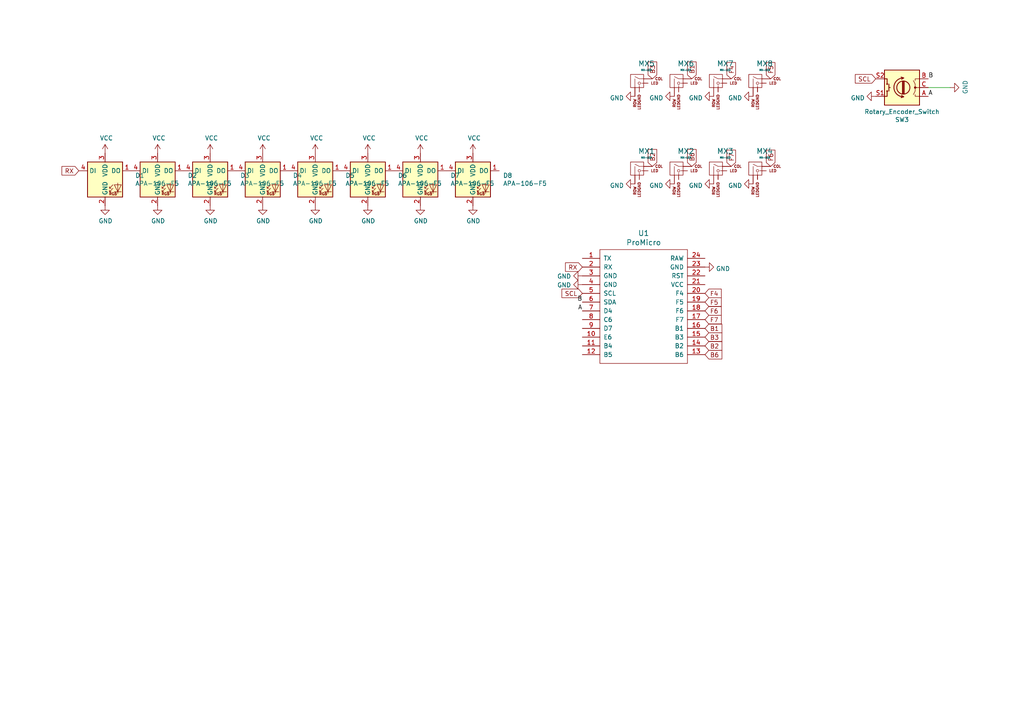
<source format=kicad_sch>
(kicad_sch (version 20211123) (generator eeschema)
  (paper "A4")
  (lib_symbols
    (symbol "Device:Rotary_Encoder_Switch" (pin_names (offset 0.254) hide)
      (property "Reference" "SW" (at 0 6.604 0))
      (property "Value" "Device_Rotary_Encoder_Switch" (at 0 -6.604 0))
      (symbol "Rotary_Encoder_Switch_0_1"
        (rectangle (start -5.08 5.08) (end 5.08 -5.08) (stroke (width 0.254)) (fill (type background)))
        (circle (center -3.81 0) (radius 0.254) (fill (type outline)))
        (arc (start -0.381 -2.794) (mid 2.3622 -0.0508) (end -0.381 2.667) (stroke (width 0.254)))
        (circle (center -0.381 0) (radius 1.905) (stroke (width 0.254)))
        (polyline (pts (xy -0.635 -1.778) (xy -0.635 1.778)) (stroke (width 0.254)))
        (polyline (pts (xy -0.381 -1.778) (xy -0.381 1.778)) (stroke (width 0.254)))
        (polyline (pts (xy -0.127 1.778) (xy -0.127 -1.778)) (stroke (width 0.254)))
        (polyline (pts (xy 3.81 0) (xy 3.429 0)) (stroke (width 0.254)))
        (polyline (pts (xy 3.81 1.016) (xy 3.81 -1.016)) (stroke (width 0.254)))
        (polyline (pts (xy -5.08 -2.54) (xy -3.81 -2.54) (xy -3.81 -2.032)))
        (polyline (pts (xy -5.08 2.54) (xy -3.81 2.54) (xy -3.81 2.032)))
        (polyline (pts (xy 0.254 -3.048) (xy -0.508 -2.794) (xy 0.127 -2.413)) (stroke (width 0.254)))
        (polyline (pts (xy 0.254 2.921) (xy -0.508 2.667) (xy 0.127 2.286)) (stroke (width 0.254)))
        (polyline (pts (xy 5.08 -2.54) (xy 4.318 -2.54) (xy 4.318 -1.016)) (stroke (width 0.254)))
        (polyline (pts (xy 5.08 2.54) (xy 4.318 2.54) (xy 4.318 1.016)) (stroke (width 0.254)))
        (polyline (pts (xy -5.08 0) (xy -3.81 0) (xy -3.81 -1.016) (xy -3.302 -2.032)))
        (polyline (pts (xy -4.318 0) (xy -3.81 0) (xy -3.81 1.016) (xy -3.302 2.032)))
        (circle (center 4.318 -1.016) (radius 0.127) (stroke (width 0.254)))
        (circle (center 4.318 1.016) (radius 0.127) (stroke (width 0.254)))
      )
      (symbol "Rotary_Encoder_Switch_1_1"
        (pin passive line (at -7.62 2.54 0) (length 2.54) (name "A") (number "A"))
        (pin passive line (at -7.62 -2.54 0) (length 2.54) (name "B") (number "B"))
        (pin passive line (at -7.62 0 0) (length 2.54) (name "C") (number "C"))
        (pin passive line (at 7.62 2.54 180) (length 2.54) (name "S1") (number "S1"))
        (pin passive line (at 7.62 -2.54 180) (length 2.54) (name "S2") (number "S2"))
      )
    )
    (symbol "LED:APA-106-F5"
      (property "Reference" "D" (at 5.08 5.715 0))
      (property "Value" "APA-106-F5" (at 1.27 -5.715 0))
      (symbol "APA-106-F5_0_0"
        (text "RGB" (at 2.286 -4.191 0) (effects (font (size 0.762 0.762))))
      )
      (symbol "APA-106-F5_0_1"
        (polyline (pts (xy 1.27 -3.556) (xy 1.778 -3.556)))
        (polyline (pts (xy 1.27 -2.54) (xy 1.778 -2.54)))
        (polyline (pts (xy 4.699 -3.556) (xy 2.667 -3.556)))
        (polyline (pts (xy 2.286 -2.54) (xy 1.27 -3.556) (xy 1.27 -3.048)))
        (polyline (pts (xy 2.286 -1.524) (xy 1.27 -2.54) (xy 1.27 -2.032)))
        (polyline (pts (xy 3.683 -1.016) (xy 3.683 -3.556) (xy 3.683 -4.064)))
        (polyline (pts (xy 4.699 -1.524) (xy 2.667 -1.524) (xy 3.683 -3.556) (xy 4.699 -1.524)))
        (rectangle (start 5.08 5.08) (end -5.08 -5.08) (stroke (width 0.254)) (fill (type background)))
      )
      (symbol "APA-106-F5_1_1"
        (pin output line (at 7.62 2.54 180) (length 2.54) (name "DO") (number "1"))
        (pin power_in line (at 0 -7.62 90) (length 2.54) (name "GND") (number "2"))
        (pin power_in line (at 0 7.62 270) (length 2.54) (name "VDD") (number "3"))
        (pin input line (at -7.62 2.54 0) (length 2.54) (name "DI") (number "4"))
      )
    )
    (symbol "MX_Alps_Hybrid:MX-LED" (pin_names (offset 1.016))
      (property "Reference" "MX" (at -0.635 3.81 0))
      (property "Value" "MX-LED" (at -0.635 1.27 0))
      (symbol "MX-LED_0_0"
        (rectangle (start -2.54 2.54) (end 1.27 -1.27))
        (polyline (pts (xy -1.27 -1.27) (xy -1.27 1.27)) (stroke (width 0.127)))
        (polyline (pts (xy 0 -1.27) (xy 0 -0.635)) (stroke (width 0.127)))
        (polyline (pts (xy 1.27 0) (xy 0.635 0)) (stroke (width 0.127)))
        (polyline (pts (xy 1.27 1.27) (xy 0 1.27) (xy -1.27 1.905)) (stroke (width 0.127)))
        (circle (center 0 0) (radius 0.3556) (stroke (width 0.127)))
        (text "COL" (at 5.715 1.27 0) (effects (font (size 0.762 0.762))))
        (text "LED" (at 4.445 0 0) (effects (font (size 0.762 0.762))))
        (text "ROW" (at -1.27 -4.445 900) (effects (font (size 0.762 0.762)) (justify right)))
      )
      (symbol "MX-LED_1_0"
        (text "LEDGND" (at 0 -3.175 900) (effects (font (size 0.762 0.762)) (justify right)))
      )
      (symbol "MX-LED_1_1"
        (pin passive line (at 3.81 1.27 180) (length 2.54) (name "COL") (number "1"))
        (pin passive line (at -1.27 -3.81 90) (length 2.54) (name "ROW") (number "2"))
        (pin input line (at 2.54 0 180) (length 1.27) (name "LED") (number "3"))
        (pin passive line (at 0 -2.54 90) (length 1.27) (name "LEDGND") (number "4"))
      )
    )
    (symbol "power:GND" (power) (pin_names (offset 0))
      (property "Value" "GND" (at 0 -3.81 0))
      (symbol "GND_0_1"
        (polyline (pts (xy 0 0) (xy 0 -1.27) (xy 1.27 -1.27) (xy 0 -2.54) (xy -1.27 -1.27) (xy 0 -1.27)))
      )
      (symbol "GND_1_1"
        (pin power_in line (at 0 0 270) (length 0) hide (name "GND") (number "1"))
      )
    )
    (symbol "power:VCC" (power) (pin_names (offset 0))
      (property "Value" "VCC" (at 0 3.81 0))
      (symbol "VCC_0_1"
        (polyline (pts (xy -0.762 1.27) (xy 0 2.54)))
        (polyline (pts (xy 0 0) (xy 0 2.54)))
        (polyline (pts (xy 0 2.54) (xy 0.762 1.27)))
      )
      (symbol "VCC_1_1"
        (pin power_in line (at 0 0 90) (length 0) hide (name "VCC") (number "1"))
      )
    )
    (symbol "promicro:ProMicro" (pin_names (offset 1.016))
      (property "Reference" "U" (at 0 24.13 0))
      (property "Value" "ProMicro" (at 0 -13.97 0))
      (symbol "ProMicro_0_1"
        (rectangle (start -12.7 21.59) (end 12.7 -11.43))
      )
      (symbol "ProMicro_1_1"
        (pin bidirectional line (at -17.78 19.05 0) (length 5.08) (name "TX") (number "1"))
        (pin bidirectional line (at -17.78 -3.81 0) (length 5.08) (name "E6") (number "10"))
        (pin bidirectional line (at -17.78 -6.35 0) (length 5.08) (name "B4") (number "11"))
        (pin bidirectional line (at -17.78 -8.89 0) (length 5.08) (name "B5") (number "12"))
        (pin bidirectional line (at 17.78 -8.89 180) (length 5.08) (name "B6") (number "13"))
        (pin bidirectional line (at 17.78 -6.35 180) (length 5.08) (name "B2") (number "14"))
        (pin bidirectional line (at 17.78 -3.81 180) (length 5.08) (name "B3") (number "15"))
        (pin bidirectional line (at 17.78 -1.27 180) (length 5.08) (name "B1") (number "16"))
        (pin bidirectional line (at 17.78 1.27 180) (length 5.08) (name "F7") (number "17"))
        (pin bidirectional line (at 17.78 3.81 180) (length 5.08) (name "F6") (number "18"))
        (pin bidirectional line (at 17.78 6.35 180) (length 5.08) (name "F5") (number "19"))
        (pin bidirectional line (at -17.78 16.51 0) (length 5.08) (name "RX") (number "2"))
        (pin bidirectional line (at 17.78 8.89 180) (length 5.08) (name "F4") (number "20"))
        (pin power_in line (at 17.78 11.43 180) (length 5.08) (name "VCC") (number "21"))
        (pin input line (at 17.78 13.97 180) (length 5.08) (name "RST") (number "22"))
        (pin power_in line (at 17.78 16.51 180) (length 5.08) (name "GND") (number "23"))
        (pin power_out line (at 17.78 19.05 180) (length 5.08) (name "RAW") (number "24"))
        (pin power_in line (at -17.78 13.97 0) (length 5.08) (name "GND") (number "3"))
        (pin power_in line (at -17.78 11.43 0) (length 5.08) (name "GND") (number "4"))
        (pin bidirectional line (at -17.78 8.89 0) (length 5.08) (name "SCL") (number "5"))
        (pin bidirectional line (at -17.78 6.35 0) (length 5.08) (name "SDA") (number "6"))
        (pin bidirectional line (at -17.78 3.81 0) (length 5.08) (name "D4") (number "7"))
        (pin bidirectional line (at -17.78 1.27 0) (length 5.08) (name "C6") (number "8"))
        (pin bidirectional line (at -17.78 -1.27 0) (length 5.08) (name "D7") (number "9"))
      )
    )
  )
  (wire (pts (xy 269.24 25.4) (xy 275.59 25.4)))
  (label "B" (at 168.91 87.63 180))
  (label "B" (at 269.24 22.86 0))
  (label "A" (at 269.24 27.94 0))
  (label "A" (at 168.91 90.17 180))
  (global_label "F6" (shape input) (at 204.47 90.17 0) (property "Intersheet References" "${INTERSHEET_REFS}" (effects hide)))
  (global_label "SCL" (shape input) (at 168.91 85.09 180) (property "Intersheet References" "${INTERSHEET_REFS}" (effects hide)))
  (global_label "B6" (shape input) (at 204.47 102.87 0) (property "Intersheet References" "${INTERSHEET_REFS}" (effects hide)))
  (global_label "F4" (shape input) (at 204.47 85.09 0) (property "Intersheet References" "${INTERSHEET_REFS}" (effects hide)))
  (global_label "B1" (shape input) (at 200.66 22.86 90) (property "Intersheet References" "${INTERSHEET_REFS}" (effects hide)))
  (global_label "F4" (shape input) (at 212.09 22.86 90) (property "Intersheet References" "${INTERSHEET_REFS}" (effects hide)))
  (global_label "B3" (shape input) (at 204.47 97.79 0) (property "Intersheet References" "${INTERSHEET_REFS}" (effects hide)))
  (global_label "F5" (shape input) (at 204.47 87.63 0) (property "Intersheet References" "${INTERSHEET_REFS}" (effects hide)))
  (global_label "F6" (shape input) (at 223.52 48.26 90) (property "Intersheet References" "${INTERSHEET_REFS}" (effects hide)))
  (global_label "F7" (shape input) (at 212.09 48.26 90) (property "Intersheet References" "${INTERSHEET_REFS}" (effects hide)))
  (global_label "B1" (shape input) (at 204.47 95.25 0) (property "Intersheet References" "${INTERSHEET_REFS}" (effects hide)))
  (global_label "F7" (shape input) (at 204.47 92.71 0) (property "Intersheet References" "${INTERSHEET_REFS}" (effects hide)))
  (global_label "F5" (shape input) (at 223.52 22.86 90) (property "Intersheet References" "${INTERSHEET_REFS}" (effects hide)))
  (global_label "B2" (shape input) (at 189.23 48.26 90) (property "Intersheet References" "${INTERSHEET_REFS}" (effects hide)))
  (global_label "B2" (shape input) (at 204.47 100.33 0) (property "Intersheet References" "${INTERSHEET_REFS}" (effects hide)))
  (global_label "B3" (shape input) (at 189.23 22.86 90) (property "Intersheet References" "${INTERSHEET_REFS}" (effects hide)))
  (global_label "RX" (shape input) (at 22.86 49.53 180) (property "Intersheet References" "${INTERSHEET_REFS}" (effects hide)))
  (global_label "RX" (shape input) (at 168.91 77.47 180) (property "Intersheet References" "${INTERSHEET_REFS}" (effects hide)))
  (global_label "SCL" (shape input) (at 254 22.86 180) (property "Intersheet References" "${INTERSHEET_REFS}" (effects hide)))
  (global_label "B6" (shape input) (at 200.66 48.26 90) (property "Intersheet References" "${INTERSHEET_REFS}" (effects hide)))
  (symbol (lib_id "MX_Alps_Hybrid:MX-LED") (at 185.42 49.53 0) (unit 1)
    (property "Reference" "MX1" (at 187.5028 43.8404 0) (effects (font (size 1.524 1.524))))
    (property "Value" "MX-LED" (at 187.5028 45.72 0) (effects (font (size 0.508 0.508))))
    (property "Footprint" "MX_Only:MXOnly-1U-NoLED" (effects hide))
  )
  (symbol (lib_id "MX_Alps_Hybrid:MX-LED") (at 196.85 49.53 0) (unit 1)
    (property "Reference" "MX2" (at 198.9328 43.8404 0) (effects (font (size 1.524 1.524))))
    (property "Value" "MX-LED" (at 198.9328 45.72 0) (effects (font (size 0.508 0.508))))
    (property "Footprint" "MX_Only:MXOnly-1U-NoLED" (effects hide))
  )
  (symbol (lib_id "MX_Alps_Hybrid:MX-LED") (at 208.28 49.53 0) (unit 1)
    (property "Reference" "MX3" (at 210.3628 43.8404 0) (effects (font (size 1.524 1.524))))
    (property "Value" "MX-LED" (at 210.3628 45.72 0) (effects (font (size 0.508 0.508))))
    (property "Footprint" "MX_Only:MXOnly-1U-NoLED" (effects hide))
  )
  (symbol (lib_id "MX_Alps_Hybrid:MX-LED") (at 219.71 49.53 0) (unit 1)
    (property "Reference" "MX4" (at 221.7928 43.8404 0) (effects (font (size 1.524 1.524))))
    (property "Value" "MX-LED" (at 221.7928 45.72 0) (effects (font (size 0.508 0.508))))
    (property "Footprint" "MX_Only:MXOnly-1U-NoLED" (effects hide))
  )
  (symbol (lib_id "MX_Alps_Hybrid:MX-LED") (at 185.42 24.13 0) (unit 1)
    (property "Reference" "MX5" (at 187.5028 18.4404 0) (effects (font (size 1.524 1.524))))
    (property "Value" "MX-LED" (at 187.5028 20.32 0) (effects (font (size 0.508 0.508))))
    (property "Footprint" "MX_Only:MXOnly-1U-NoLED" (effects hide))
  )
  (symbol (lib_id "MX_Alps_Hybrid:MX-LED") (at 196.85 24.13 0) (unit 1)
    (property "Reference" "MX6" (at 198.9328 18.4404 0) (effects (font (size 1.524 1.524))))
    (property "Value" "MX-LED" (at 198.9328 20.32 0) (effects (font (size 0.508 0.508))))
    (property "Footprint" "MX_Only:MXOnly-1U-NoLED" (effects hide))
  )
  (symbol (lib_id "MX_Alps_Hybrid:MX-LED") (at 208.28 24.13 0) (unit 1)
    (property "Reference" "MX7" (at 210.3628 18.4404 0) (effects (font (size 1.524 1.524))))
    (property "Value" "MX-LED" (at 210.3628 20.32 0) (effects (font (size 0.508 0.508))))
    (property "Footprint" "MX_Only:MXOnly-1U-NoLED" (effects hide))
  )
  (symbol (lib_id "MX_Alps_Hybrid:MX-LED") (at 219.71 24.13 0) (unit 1)
    (property "Reference" "MX8" (at 221.7928 18.4404 0) (effects (font (size 1.524 1.524))))
    (property "Value" "MX-LED" (at 221.7928 20.32 0) (effects (font (size 0.508 0.508))))
    (property "Footprint" "MX_Only:MXOnly-1U-NoLED" (effects hide))
  )
  (symbol (lib_id "Device:Rotary_Encoder_Switch") (at 261.62 25.4 180) (unit 1)
    (property "Reference" "SW3" (at 261.62 34.7218 0))
    (property "Value" "Rotary_Encoder_Switch" (at 261.62 32.4104 0))
    (property "Footprint" "Pikatea Macropad Encoder Side Mount:Encoder-BI_EN11_HSM0E" (effects hide))
  )
  (symbol (lib_id "power:GND") (at 275.59 25.4 90) (unit 1)
    (property "Reference" "#PWR0101" (effects hide))
    (property "Value" "GND" (at 279.9842 25.273 0))
  )
  (symbol (lib_id "promicro:ProMicro") (at 186.69 93.98 0) (unit 1)
    (property "Reference" "U1" (at 186.69 67.6402 0) (effects (font (size 1.524 1.524))))
    (property "Value" "ProMicro" (at 186.69 70.3326 0) (effects (font (size 1.524 1.524))))
    (property "Footprint" "promicro:ProMicro" (effects hide))
  )
  (symbol (lib_id "power:GND") (at 168.91 82.55 270) (unit 1)
    (property "Reference" "#PWR0102" (effects hide))
    (property "Value" "GND" (at 165.6588 82.677 90) (effects (justify right)))
  )
  (symbol (lib_id "power:GND") (at 168.91 80.01 270) (unit 1)
    (property "Reference" "#PWR0103" (effects hide))
    (property "Value" "GND" (at 165.6588 80.137 90) (effects (justify right)))
  )
  (symbol (lib_id "LED:APA-106-F5") (at 106.68 52.07 0) (unit 1)
    (property "Reference" "D6" (at 115.4176 50.9016 0) (effects (justify left)))
    (property "Value" "APA-106-F5" (at 115.4176 53.213 0) (effects (justify left)))
    (property "Footprint" "Pikatea:TONYU-DY-S352818-RGBC" (effects hide))
    (property "Datasheet" "https://cdn.sparkfun.com/datasheets/Components/LED/COM-12877.pdf" (effects hide))
  )
  (symbol (lib_id "power:VCC") (at 137.16 44.45 0) (unit 1)
    (property "Reference" "#PWR0121" (effects hide))
    (property "Value" "VCC" (at 137.541 40.0558 0))
  )
  (symbol (lib_id "power:VCC") (at 45.72 44.45 0) (unit 1)
    (property "Reference" "#PWR0116" (effects hide))
    (property "Value" "VCC" (at 46.101 40.0558 0))
  )
  (symbol (lib_id "LED:APA-106-F5") (at 137.16 52.07 0) (unit 1)
    (property "Reference" "D8" (at 145.8976 50.9016 0) (effects (justify left)))
    (property "Value" "APA-106-F5" (at 145.8976 53.213 0) (effects (justify left)))
    (property "Footprint" "Pikatea:TONYU-DY-S352818-RGBC" (effects hide))
    (property "Datasheet" "https://cdn.sparkfun.com/datasheets/Components/LED/COM-12877.pdf" (effects hide))
  )
  (symbol (lib_id "power:VCC") (at 30.48 44.45 0) (unit 1)
    (property "Reference" "#PWR0114" (effects hide))
    (property "Value" "VCC" (at 30.861 40.0558 0))
  )
  (symbol (lib_id "power:GND") (at 254 27.94 270) (unit 1)
    (property "Reference" "#PWR0106" (effects hide))
    (property "Value" "GND" (at 250.8251 28.419 90) (effects (justify right)))
  )
  (symbol (lib_id "LED:APA-106-F5") (at 91.44 52.07 0) (unit 1)
    (property "Reference" "D5" (at 100.1776 50.9016 0) (effects (justify left)))
    (property "Value" "APA-106-F5" (at 100.1776 53.213 0) (effects (justify left)))
    (property "Footprint" "Pikatea:TONYU-DY-S352818-RGBC" (effects hide))
    (property "Datasheet" "https://cdn.sparkfun.com/datasheets/Components/LED/COM-12877.pdf" (effects hide))
  )
  (symbol (lib_id "power:GND") (at 30.48 59.69 0) (unit 1)
    (property "Reference" "#PWR0115" (effects hide))
    (property "Value" "GND" (at 30.607 64.0842 0))
  )
  (symbol (lib_id "power:GND") (at 106.68 59.69 0) (unit 1)
    (property "Reference" "#PWR0125" (effects hide))
    (property "Value" "GND" (at 106.807 64.0842 0))
  )
  (symbol (lib_id "power:GND") (at 121.92 59.69 0) (unit 1)
    (property "Reference" "#PWR0120" (effects hide))
    (property "Value" "GND" (at 122.047 64.0842 0))
  )
  (symbol (lib_id "power:VCC") (at 106.68 44.45 0) (unit 1)
    (property "Reference" "#PWR0123" (effects hide))
    (property "Value" "VCC" (at 107.061 40.0558 0))
  )
  (symbol (lib_id "LED:APA-106-F5") (at 76.2 52.07 0) (unit 1)
    (property "Reference" "D4" (at 84.9376 50.9016 0) (effects (justify left)))
    (property "Value" "APA-106-F5" (at 84.9376 53.213 0) (effects (justify left)))
    (property "Footprint" "Pikatea:TONYU-DY-S352818-RGBC" (effects hide))
    (property "Datasheet" "https://cdn.sparkfun.com/datasheets/Components/LED/COM-12877.pdf" (effects hide))
  )
  (symbol (lib_id "power:GND") (at 137.16 59.69 0) (unit 1)
    (property "Reference" "#PWR0122" (effects hide))
    (property "Value" "GND" (at 137.287 64.0842 0))
  )
  (symbol (lib_id "power:GND") (at 184.15 27.94 270) (unit 1)
    (property "Reference" "#PWR0110" (effects hide))
    (property "Value" "GND" (at 180.9751 28.419 90) (effects (justify right)))
  )
  (symbol (lib_id "power:GND") (at 45.72 59.69 0) (unit 1)
    (property "Reference" "#PWR0127" (effects hide))
    (property "Value" "GND" (at 45.847 64.0842 0))
  )
  (symbol (lib_id "power:GND") (at 76.2 59.69 0) (unit 1)
    (property "Reference" "#PWR0124" (effects hide))
    (property "Value" "GND" (at 76.327 64.0842 0))
  )
  (symbol (lib_id "power:VCC") (at 91.44 44.45 0) (unit 1)
    (property "Reference" "#PWR0117" (effects hide))
    (property "Value" "VCC" (at 91.821 40.0558 0))
  )
  (symbol (lib_id "power:GND") (at 195.58 53.34 270) (unit 1)
    (property "Reference" "#PWR0112" (effects hide))
    (property "Value" "GND" (at 192.4051 53.819 90) (effects (justify right)))
  )
  (symbol (lib_id "power:VCC") (at 121.92 44.45 0) (unit 1)
    (property "Reference" "#PWR0119" (effects hide))
    (property "Value" "VCC" (at 122.301 40.0558 0))
  )
  (symbol (lib_id "power:GND") (at 218.44 27.94 270) (unit 1)
    (property "Reference" "#PWR0104" (effects hide))
    (property "Value" "GND" (at 215.2651 28.419 90) (effects (justify right)))
  )
  (symbol (lib_id "LED:APA-106-F5") (at 45.72 52.07 0) (unit 1)
    (property "Reference" "D2" (at 54.4576 50.9016 0) (effects (justify left)))
    (property "Value" "APA-106-F5" (at 54.4576 53.213 0) (effects (justify left)))
    (property "Footprint" "Pikatea:TONYU-DY-S352818-RGBC" (effects hide))
    (property "Datasheet" "https://cdn.sparkfun.com/datasheets/Components/LED/COM-12877.pdf" (effects hide))
  )
  (symbol (lib_id "power:GND") (at 184.15 53.34 270) (unit 1)
    (property "Reference" "#PWR0111" (effects hide))
    (property "Value" "GND" (at 180.9751 53.819 90) (effects (justify right)))
  )
  (symbol (lib_id "power:VCC") (at 76.2 44.45 0) (unit 1)
    (property "Reference" "#PWR0118" (effects hide))
    (property "Value" "VCC" (at 76.581 40.0558 0))
  )
  (symbol (lib_id "power:GND") (at 91.44 59.69 0) (unit 1)
    (property "Reference" "#PWR0126" (effects hide))
    (property "Value" "GND" (at 91.567 64.0842 0))
  )
  (symbol (lib_id "LED:APA-106-F5") (at 30.48 52.07 0) (unit 1)
    (property "Reference" "D1" (at 39.2176 50.9016 0) (effects (justify left)))
    (property "Value" "APA-106-F5" (at 39.2176 53.213 0) (effects (justify left)))
    (property "Footprint" "Pikatea:TONYU-DY-S352818-RGBC" (effects hide))
    (property "Datasheet" "https://cdn.sparkfun.com/datasheets/Components/LED/COM-12877.pdf" (effects hide))
  )
  (symbol (lib_id "power:GND") (at 207.01 27.94 270) (unit 1)
    (property "Reference" "#PWR0108" (effects hide))
    (property "Value" "GND" (at 203.8351 28.419 90) (effects (justify right)))
  )
  (symbol (lib_id "power:GND") (at 60.96 59.69 0) (unit 1)
    (property "Reference" "#PWR0129" (effects hide))
    (property "Value" "GND" (at 61.087 64.0842 0))
  )
  (symbol (lib_id "power:GND") (at 218.44 53.34 270) (unit 1)
    (property "Reference" "#PWR0107" (effects hide))
    (property "Value" "GND" (at 215.2651 53.819 90) (effects (justify right)))
  )
  (symbol (lib_id "power:GND") (at 195.58 27.94 270) (unit 1)
    (property "Reference" "#PWR0109" (effects hide))
    (property "Value" "GND" (at 192.4051 28.419 90) (effects (justify right)))
  )
  (symbol (lib_id "power:GND") (at 207.01 53.34 270) (unit 1)
    (property "Reference" "#PWR0113" (effects hide))
    (property "Value" "GND" (at 203.8351 53.819 90) (effects (justify right)))
  )
  (symbol (lib_id "power:GND") (at 204.47 77.47 90) (unit 1)
    (property "Reference" "#PWR0105" (effects hide))
    (property "Value" "GND" (at 207.645 77.949 90) (effects (justify right)))
  )
  (symbol (lib_id "LED:APA-106-F5") (at 60.96 52.07 0) (unit 1)
    (property "Reference" "D3" (at 69.6976 50.9016 0) (effects (justify left)))
    (property "Value" "APA-106-F5" (at 69.6976 53.213 0) (effects (justify left)))
    (property "Footprint" "Pikatea:TONYU-DY-S352818-RGBC" (effects hide))
    (property "Datasheet" "https://cdn.sparkfun.com/datasheets/Components/LED/COM-12877.pdf" (effects hide))
  )
  (symbol (lib_id "power:VCC") (at 60.96 44.45 0) (unit 1)
    (property "Reference" "#PWR0128" (effects hide))
    (property "Value" "VCC" (at 61.341 40.0558 0))
  )
  (symbol (lib_id "LED:APA-106-F5") (at 121.92 52.07 0) (unit 1)
    (property "Reference" "D7" (at 130.6576 50.9016 0) (effects (justify left)))
    (property "Value" "APA-106-F5" (at 130.6576 53.213 0) (effects (justify left)))
    (property "Footprint" "Pikatea:TONYU-DY-S352818-RGBC" (effects hide))
    (property "Datasheet" "https://cdn.sparkfun.com/datasheets/Components/LED/COM-12877.pdf" (effects hide))
  )
)
</source>
